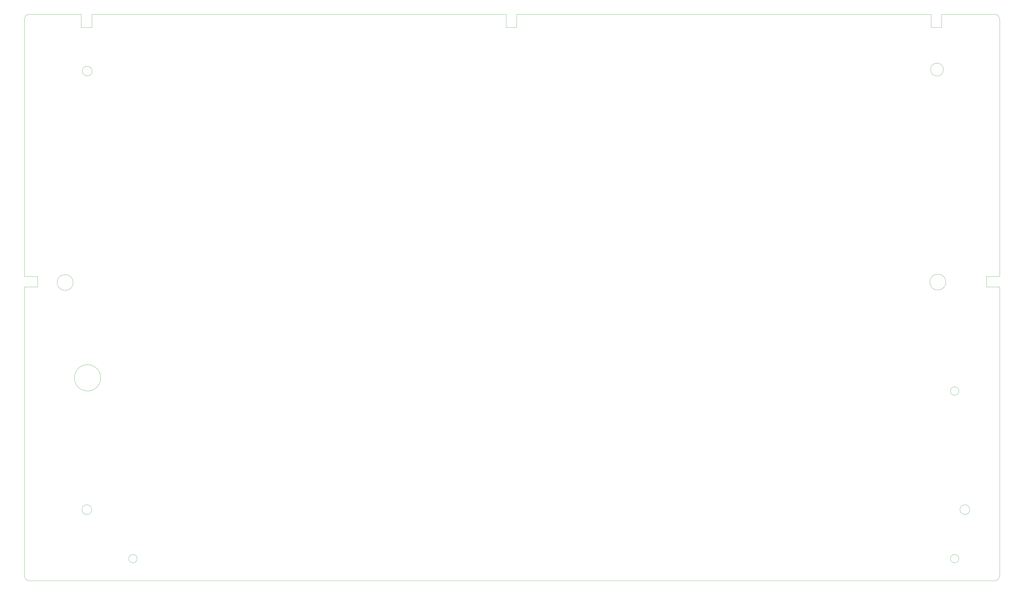
<source format=gbr>
%TF.GenerationSoftware,KiCad,Pcbnew,8.0.4*%
%TF.CreationDate,2025-01-14T13:43:07+00:00*%
%TF.ProjectId,AtomV5Board,41746f6d-5635-4426-9f61-72642e6b6963,rev?*%
%TF.SameCoordinates,Original*%
%TF.FileFunction,Profile,NP*%
%FSLAX46Y46*%
G04 Gerber Fmt 4.6, Leading zero omitted, Abs format (unit mm)*
G04 Created by KiCad (PCBNEW 8.0.4) date 2025-01-14 13:43:07*
%MOMM*%
%LPD*%
G01*
G04 APERTURE LIST*
%TA.AperFunction,Profile*%
%ADD10C,0.050000*%
%TD*%
G04 APERTURE END LIST*
D10*
X51990000Y-161912500D02*
G75*
G02*
X41990000Y-161912500I-5000000J0D01*
G01*
X41990000Y-161912500D02*
G75*
G02*
X51990000Y-161912500I5000000J0D01*
G01*
X24995000Y-238920000D02*
G75*
G02*
X23090000Y-237015000I0J1905000D01*
G01*
X44590000Y-23920000D02*
X44590000Y-28920000D01*
X205590000Y-28920000D02*
X209590000Y-28920000D01*
X23090000Y-123420000D02*
X23090000Y-25825000D01*
X48590000Y-23920000D02*
X48590000Y-28920000D01*
X392590000Y-237015000D02*
X392590000Y-127420000D01*
X65790000Y-230520000D02*
G75*
G02*
X62590000Y-230520000I-1600000J0D01*
G01*
X62590000Y-230520000D02*
G75*
G02*
X65790000Y-230520000I1600000J0D01*
G01*
X28090000Y-123420000D02*
X23090000Y-123420000D01*
X28090000Y-127420000D02*
X28090000Y-123420000D01*
X387590000Y-123420000D02*
X392590000Y-123420000D01*
X209590000Y-28920000D02*
X209590000Y-23920000D01*
X23090000Y-25825000D02*
G75*
G02*
X24995000Y-23920000I1905000J0D01*
G01*
X205590000Y-23920000D02*
X205590000Y-28920000D01*
X209590000Y-23920000D02*
X297815000Y-23920000D01*
X48590000Y-23920000D02*
X205590000Y-23920000D01*
X392590000Y-237015000D02*
G75*
G02*
X390685000Y-238920000I-1905000J0D01*
G01*
X390685000Y-23920000D02*
G75*
G02*
X392590000Y-25825000I0J-1905000D01*
G01*
X24995000Y-23920000D02*
X44590000Y-23920000D01*
X48713000Y-45520000D02*
G75*
G02*
X45013000Y-45520000I-1850000J0D01*
G01*
X45013000Y-45520000D02*
G75*
G02*
X48713000Y-45520000I1850000J0D01*
G01*
X41490000Y-125730000D02*
G75*
G02*
X35490000Y-125730000I-3000000J0D01*
G01*
X35490000Y-125730000D02*
G75*
G02*
X41490000Y-125730000I3000000J0D01*
G01*
X392590000Y-127420000D02*
X387590000Y-127420000D01*
X390685000Y-23920000D02*
X370590000Y-23920000D01*
X370590000Y-23920000D02*
X370590000Y-28920000D01*
X377190000Y-166920000D02*
G75*
G02*
X373990000Y-166920000I-1600000J0D01*
G01*
X373990000Y-166920000D02*
G75*
G02*
X377190000Y-166920000I1600000J0D01*
G01*
X387590000Y-127420000D02*
X387590000Y-123420000D01*
X23090000Y-237015000D02*
X23090000Y-127420000D01*
X23090000Y-127420000D02*
X28090000Y-127420000D01*
X48590000Y-211912500D02*
G75*
G02*
X44890000Y-211912500I-1850000J0D01*
G01*
X44890000Y-211912500D02*
G75*
G02*
X48590000Y-211912500I1850000J0D01*
G01*
X24995000Y-238920000D02*
X390685000Y-238920000D01*
X372200000Y-125570000D02*
G75*
G02*
X366200000Y-125570000I-3000000J0D01*
G01*
X366200000Y-125570000D02*
G75*
G02*
X372200000Y-125570000I3000000J0D01*
G01*
X44590000Y-28920000D02*
X48590000Y-28920000D01*
X392590000Y-123420000D02*
X392590000Y-25825000D01*
X370590000Y-28920000D02*
X366590000Y-28920000D01*
X297815000Y-23920000D02*
X366590000Y-23920000D01*
X371340000Y-44920000D02*
G75*
G02*
X366440000Y-44920000I-2450000J0D01*
G01*
X366440000Y-44920000D02*
G75*
G02*
X371340000Y-44920000I2450000J0D01*
G01*
X381290000Y-211912500D02*
G75*
G02*
X377590000Y-211912500I-1850000J0D01*
G01*
X377590000Y-211912500D02*
G75*
G02*
X381290000Y-211912500I1850000J0D01*
G01*
X377190000Y-230520000D02*
G75*
G02*
X373990000Y-230520000I-1600000J0D01*
G01*
X373990000Y-230520000D02*
G75*
G02*
X377190000Y-230520000I1600000J0D01*
G01*
X366590000Y-23920000D02*
X366590000Y-28920000D01*
M02*

</source>
